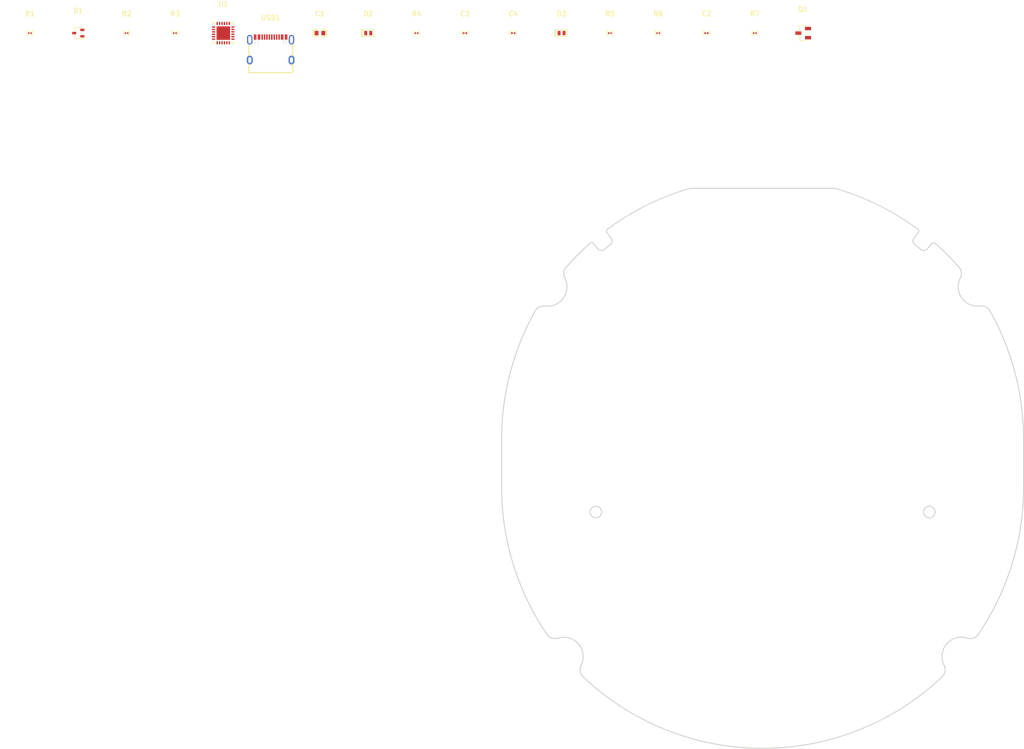
<source format=kicad_pcb>
(kicad_pcb (version 20240108) (generator "pcbnew") (generator_version "8.0")
  (layers (0 "F.Cu" signal) (31 "B.Cu" signal) (34 "B.Paste" user) (35 "F.Paste" user) (36 "B.SilkS" user "B.Silkscreen") (37 "F.SilkS" user "F.Silkscreen") (38 "B.Mask" user) (39 "F.Mask" user) (44 "Edge.Cuts" user))
  (net 0 "")
  (net 1 "power_ok2")
  (net 2 "I2C_SDA")
  (net 3 "CC1")
  (net 4 "VBUS")
  (net 5 "VREG_1V2")
  (net 6 "alert")
  (net 7 "attach")
  (net 8 "USB_CONNECTOR-net-1")
  (net 9 "VSINK_VCC")
  (net 10 "PD_CONTROLLER.footprint.pins[18].net-net")
  (net 11 "VREG_2V7")
  (net 12 "USB_CONNECTOR-signal-1")
  (net 13 "power_ok3")
  (net 14 "lv")
  (net 15 "USB_CONNECTOR-net")
  (net 16 "net-2")
  (net 17 "net-1")
  (net 18 "CC2")
  (net 19 "net")
  (net 20 "USB_CONNECTOR-signal")
  (net 21 "net-4")
  (net 22 "gpio")
  (net 23 "net-3")
  (net 24 "hv")
  (net 25 "a_b_side")
  (net 26 "I2C_SCL")
  (footprint "lcsc:R0201" (layer "F.Cu") (at 0 0)
    (property "Reference" "R1" (at 0 -4 0) (layer "F.SilkS"))
    (property "Value" "1kΩ ±1% 50mW")
    (fp_line (start -0.62 -0.39) (end -0.17 -0.39) (stroke (width 0.15)) (layer "F.SilkS"))
    (fp_line (start -0.62 0.39) (end -0.62 -0.39) (stroke (width 0.15)) (layer "F.SilkS"))
    (fp_line (start -0.17 0.39) (end -0.62 0.39) (stroke (width 0.15)) (layer "F.SilkS"))
    (fp_line (start 0.17 0.39) (end 0.62 0.39) (stroke (width 0.15)) (layer "F.SilkS"))
    (fp_line (start 0.62 -0.39) (end 0.17 -0.39) (stroke (width 0.15)) (layer "F.SilkS"))
    (fp_line (start 0.62 0.39) (end 0.62 -0.39) (stroke (width 0.15)) (layer "F.SilkS"))
    (fp_text user "${REFERENCE}" (at 0 -4 0) (layer "F.SilkS"))
    (pad "1" smd rect (at -0.24 0) (size 0.3 0.32) (layers "F.Cu" "F.Paste" "F.Mask") (net 4 "VBUS"))
    (pad "2" smd rect (at 0.24 0) (size 0.3 0.32) (layers "F.Cu" "F.Paste" "F.Mask") (net 16 "net-2"))
  )
  (footprint "lcsc:SOT-23-3_L2.9-W1.3-P1.90-LS2.4-BR" (layer "F.Cu") (at 160 0)
    (property "Reference" "Q1" (at 0 -4.95 0) (layer "F.SilkS"))
    (property "Value" "MOSFET")
    (fp_line (start -0.73 -1.53) (end -0.73 -0.49) (stroke (width 0.15)) (layer "F.SilkS"))
    (fp_line (start -0.73 1.53) (end -0.73 0.49) (stroke (width 0.15)) (layer "F.SilkS"))
    (fp_line (start 0.73 -1.53) (end -0.73 -1.53) (stroke (width 0.15)) (layer "F.SilkS"))
    (fp_line (start 0.73 -0.46) (end 0.73 0.46) (stroke (width 0.15)) (layer "F.SilkS"))
    (fp_line (start 0.73 1.53) (end -0.73 1.53) (stroke (width 0.15)) (layer "F.SilkS"))
    (fp_text user "${REFERENCE}" (at 0 -4.95 0) (layer "F.SilkS"))
    (pad "1" smd rect (at 1 0.95) (size 1.25 0.7) (layers "F.Cu" "F.Paste" "F.Mask") (net 19 "net"))
    (pad "2" smd rect (at 1 -0.95) (size 1.25 0.7) (layers "F.Cu" "F.Paste" "F.Mask") (net 4 "VBUS"))
    (pad "3" smd rect (at -1 0) (size 1.25 0.7) (layers "F.Cu" "F.Paste" "F.Mask") (net 9 "VSINK_VCC"))
  )
  (footprint "lcsc:DFN1610-2_L1.6-W1.0-P1.05-RD" (layer "F.Cu") (at 110 0)
    (property "Reference" "D3" (at 0 -4 0) (layer "F.SilkS"))
    (property "Value" "")
    (fp_line (start -1.4 -0.7) (end -1.4 0.7) (stroke (width 0.18)) (layer "F.SilkS"))
    (fp_line (start -1.4 -0.7) (end 1.15 -0.7) (stroke (width 0.18)) (layer "F.SilkS"))
    (fp_line (start -1.4 0.7) (end 1.15 0.7) (stroke (width 0.18)) (layer "F.SilkS"))
    (fp_line (start -1.15 -0.7) (end -1.15 0.7) (stroke (width 0.18)) (layer "F.SilkS"))
    (fp_line (start 1.15 -0.7) (end 1.15 0.7) (stroke (width 0.18)) (layer "F.SilkS"))
    (fp_text user "${REFERENCE}" (at 0 -4 0) (layer "F.SilkS"))
    (pad "1" smd rect (at -0.52 0 90) (size 0.9 0.6) (layers "F.Cu" "F.Paste" "F.Mask") (net 9 "VSINK_VCC"))
    (pad "2" smd rect (at 0.52 0 90) (size 0.9 0.6) (layers "F.Cu" "F.Paste" "F.Mask") (net 14 "lv"))
  )
  (footprint "lcsc:C0603" (layer "F.Cu") (at 60 0)
    (property "Reference" "C1" (at 0 -4 0) (layer "F.SilkS"))
    (property "Value" "4.7µF ±10% 35V X5R")
    (fp_line (start -1.41 -0.41) (end -1.41 0.39) (stroke (width 0.25)) (layer "F.SilkS"))
    (fp_line (start -0.3 -0.72) (end -1.1 -0.72) (stroke (width 0.25)) (layer "F.SilkS"))
    (fp_line (start -0.3 0.7) (end -1.1 0.7) (stroke (width 0.25)) (layer "F.SilkS"))
    (fp_line (start 0.28 -0.71) (end 1.08 -0.71) (stroke (width 0.25)) (layer "F.SilkS"))
    (fp_line (start 0.28 0.71) (end 1.08 0.71) (stroke (width 0.25)) (layer "F.SilkS"))
    (fp_line (start 1.39 -0.4) (end 1.39 0.4) (stroke (width 0.25)) (layer "F.SilkS"))
    (fp_arc (start -1.41 -0.41) (mid -1.319203 -0.629203) (end -1.1 -0.72) (stroke (width 0.25)) (layer "F.SilkS"))
    (fp_arc (start -1.1 0.7) (mid -1.319203 0.609203) (end -1.41 0.39) (stroke (width 0.25)) (layer "F.SilkS"))
    (fp_arc (start 1.08 -0.71) (mid 1.299203 -0.619203) (end 1.39 -0.4) (stroke (width 0.25)) (layer "F.SilkS"))
    (fp_arc (start 1.39 0.4) (mid 1.299203 0.619203) (end 1.08 0.71) (stroke (width 0.25)) (layer "F.SilkS"))
    (fp_text user "${REFERENCE}" (at 0 -4 0) (layer "F.SilkS"))
    (pad "1" smd rect (at -0.7 0) (size 0.8 0.9) (layers "F.Cu" "F.Paste" "F.Mask") (net 14 "lv"))
    (pad "2" smd rect (at 0.7 0) (size 0.8 0.9) (layers "F.Cu" "F.Paste" "F.Mask") (net 4 "VBUS"))
  )
  (footprint "lcsc:QFN-24_L4.0-W4.0-P0.50-BL-EP2.8" (layer "F.Cu") (at 40 0)
    (property "Reference" "U1" (at 0 -6 0) (layer "F.SilkS"))
    (property "Value" "STUSB4500QTR")
    (fp_line (start -2.14 -2.15) (end -1.74 -2.15) (stroke (width 0.2)) (layer "F.SilkS"))
    (fp_line (start -2.14 -1.75) (end -2.14 -2.15) (stroke (width 0.2)) (layer "F.SilkS"))
    (fp_line (start -2.14 2.15) (end -2.14 1.75) (stroke (width 0.2)) (layer "F.SilkS"))
    (fp_line (start -1.74 2.15) (end -2.14 2.15) (stroke (width 0.2)) (layer "F.SilkS"))
    (fp_line (start 2.16 -2.15) (end 1.76 -2.15) (stroke (width 0.2)) (layer "F.SilkS"))
    (fp_line (start 2.16 -1.75) (end 2.16 -2.15) (stroke (width 0.2)) (layer "F.SilkS"))
    (fp_line (start 2.16 1.75) (end 2.16 2.15) (stroke (width 0.2)) (layer "F.SilkS"))
    (fp_line (start 2.16 2.15) (end 1.76 2.15) (stroke (width 0.2)) (layer "F.SilkS"))
    (fp_text user "${REFERENCE}" (at 0 -6 0) (layer "F.SilkS"))
    (pad "1" smd oval (at -1.25 2 180) (size 0.28 0.7) (layers "F.Cu" "F.Paste" "F.Mask") (net 3 "CC1"))
    (pad "2" smd oval (at -0.75 2 180) (size 0.28 0.7) (layers "F.Cu" "F.Paste" "F.Mask") (net 3 "CC1"))
    (pad "3" smd oval (at -0.25 2 180) (size 0.28 0.7) (layers "F.Cu" "F.Paste" "F.Mask") (net 10 "PD_CONTROLLER.footprint.pins[18].net-net"))
    (pad "4" smd oval (at 0.25 2 180) (size 0.28 0.7) (layers "F.Cu" "F.Paste" "F.Mask") (net 18 "CC2"))
    (pad "5" smd oval (at 0.75 2 180) (size 0.28 0.7) (layers "F.Cu" "F.Paste" "F.Mask") (net 18 "CC2"))
    (pad "6" smd oval (at 1.25 2 180) (size 0.28 0.7) (layers "F.Cu" "F.Paste" "F.Mask") (net 14 "lv"))
    (pad "7" smd oval (at 2 1.25 90) (size 0.28 0.7) (layers "F.Cu" "F.Paste" "F.Mask") (net 26 "I2C_SCL"))
    (pad "8" smd oval (at 2 0.75 90) (size 0.28 0.7) (layers "F.Cu" "F.Paste" "F.Mask") (net 2 "I2C_SDA"))
    (pad "9" smd oval (at 2 0.25 90) (size 0.28 0.7) (layers "F.Cu" "F.Paste" "F.Mask") (net 16 "net-2"))
    (pad "10" smd oval (at 2 -0.25 90) (size 0.28 0.7) (layers "F.Cu" "F.Paste" "F.Mask") (net 14 "lv"))
    (pad "11" smd oval (at 2 -0.75 90) (size 0.28 0.7) (layers "F.Cu" "F.Paste" "F.Mask") (net 7 "attach"))
    (pad "12" smd oval (at 2 -1.25 90) (size 0.28 0.7) (layers "F.Cu" "F.Paste" "F.Mask") (net 14 "lv"))
    (pad "13" smd oval (at 1.25 -2 180) (size 0.28 0.7) (layers "F.Cu" "F.Paste" "F.Mask") (net 14 "lv"))
    (pad "14" smd oval (at 0.75 -2 180) (size 0.28 0.7) (layers "F.Cu" "F.Paste" "F.Mask") (net 13 "power_ok3"))
    (pad "15" smd oval (at 0.25 -2 180) (size 0.28 0.7) (layers "F.Cu" "F.Paste" "F.Mask") (net 22 "gpio"))
    (pad "16" smd oval (at -0.25 -2 180) (size 0.28 0.7) (layers "F.Cu" "F.Paste" "F.Mask") (net 17 "net-1"))
    (pad "17" smd oval (at -0.75 -2 180) (size 0.28 0.7) (layers "F.Cu" "F.Paste" "F.Mask") (net 25 "a_b_side"))
    (pad "18" smd oval (at -1.25 -2 180) (size 0.28 0.7) (layers "F.Cu" "F.Paste" "F.Mask") (net 23 "net-3"))
    (pad "19" smd oval (at -2 -1.25 90) (size 0.28 0.7) (layers "F.Cu" "F.Paste" "F.Mask") (net 6 "alert"))
    (pad "20" smd oval (at -2 -0.75 90) (size 0.28 0.7) (layers "F.Cu" "F.Paste" "F.Mask") (net 1 "power_ok2"))
    (pad "21" smd oval (at -2 -0.25 90) (size 0.28 0.7) (layers "F.Cu" "F.Paste" "F.Mask") (net 5 "VREG_1V2"))
    (pad "22" smd oval (at -2 0.25 90) (size 0.28 0.7) (layers "F.Cu" "F.Paste" "F.Mask") (net 14 "lv"))
    (pad "23" smd oval (at -2 0.75 90) (size 0.28 0.7) (layers "F.Cu" "F.Paste" "F.Mask") (net 11 "VREG_2V7"))
    (pad "24" smd oval (at -2 1.25 90) (size 0.28 0.7) (layers "F.Cu" "F.Paste" "F.Mask") (net 4 "VBUS"))
    (pad "25" smd rect (at 0.01 0 90) (size 2.8 2.8) (layers "F.Cu" "F.Paste" "F.Mask") (net 14 "lv"))
  )
  (footprint "lcsc:R0201" (layer "F.Cu") (at 30 0)
    (property "Reference" "R3" (at 0 -4 0) (layer "F.SilkS"))
    (property "Value" "")
    (fp_line (start -0.62 -0.39) (end -0.17 -0.39) (stroke (width 0.15)) (layer "F.SilkS"))
    (fp_line (start -0.62 0.39) (end -0.62 -0.39) (stroke (width 0.15)) (layer "F.SilkS"))
    (fp_line (start -0.17 0.39) (end -0.62 0.39) (stroke (width 0.15)) (layer "F.SilkS"))
    (fp_line (start 0.17 0.39) (end 0.62 0.39) (stroke (width 0.15)) (layer "F.SilkS"))
    (fp_line (start 0.62 -0.39) (end 0.17 -0.39) (stroke (width 0.15)) (layer "F.SilkS"))
    (fp_line (start 0.62 0.39) (end 0.62 -0.39) (stroke (width 0.15)) (layer "F.SilkS"))
    (fp_text user "${REFERENCE}" (at 0 -4 0) (layer "F.SilkS"))
    (pad "1" smd rect (at -0.24 0) (size 0.3 0.32) (layers "F.Cu" "F.Paste" "F.Mask") (net 2 "I2C_SDA"))
    (pad "2" smd rect (at 0.24 0) (size 0.3 0.32) (layers "F.Cu" "F.Paste" "F.Mask") (net 24 "hv"))
  )
  (footprint "lcsc:R0201" (layer "F.Cu") (at 130 0)
    (property "Reference" "R6" (at 0 -4 0) (layer "F.SilkS"))
    (property "Value" "22.1kΩ ±1% 50mW")
    (fp_line (start -0.62 -0.39) (end -0.17 -0.39) (stroke (width 0.15)) (layer "F.SilkS"))
    (fp_line (start -0.62 0.39) (end -0.62 -0.39) (stroke (width 0.15)) (layer "F.SilkS"))
    (fp_line (start -0.17 0.39) (end -0.62 0.39) (stroke (width 0.15)) (layer "F.SilkS"))
    (fp_line (start 0.17 0.39) (end 0.62 0.39) (stroke (width 0.15)) (layer "F.SilkS"))
    (fp_line (start 0.62 -0.39) (end 0.17 -0.39) (stroke (width 0.15)) (layer "F.SilkS"))
    (fp_line (start 0.62 0.39) (end 0.62 -0.39) (stroke (width 0.15)) (layer "F.SilkS"))
    (fp_text user "${REFERENCE}" (at 0 -4 0) (layer "F.SilkS"))
    (pad "1" smd rect (at -0.24 0) (size 0.3 0.32) (layers "F.Cu" "F.Paste" "F.Mask") (net 19 "net"))
    (pad "2" smd rect (at 0.24 0) (size 0.3 0.32) (layers "F.Cu" "F.Paste" "F.Mask") (net 17 "net-1"))
  )
  (footprint "lcsc:C0201" (layer "F.Cu") (at 140 0)
    (property "Reference" "C2" (at 0 -4 0) (layer "F.SilkS"))
    (property "Value" "100nF ±10% 10V X5R")
    (fp_line (start -0.69 0.24) (end -0.69 -0.24) (stroke (width 0.15)) (layer "F.SilkS"))
    (fp_line (start -0.53 -0.39) (end -0.17 -0.39) (stroke (width 0.15)) (layer "F.SilkS"))
    (fp_line (start -0.17 0.39) (end -0.53 0.39) (stroke (width 0.15)) (layer "F.SilkS"))
    (fp_line (start 0.17 0.39) (end 0.53 0.39) (stroke (width 0.15)) (layer "F.SilkS"))
    (fp_line (start 0.53 -0.39) (end 0.17 -0.39) (stroke (width 0.15)) (layer "F.SilkS"))
    (fp_line (start 0.69 0.24) (end 0.69 -0.24) (stroke (width 0.15)) (layer "F.SilkS"))
    (fp_arc (start -0.690333 -0.239643) (mid -0.642835 -0.349658) (end -0.53 -0.39) (stroke (width 0.15)) (layer "F.SilkS"))
    (fp_arc (start -0.529667 0.389644) (mid -0.642347 0.349658) (end -0.69 0.24) (stroke (width 0.15)) (layer "F.SilkS"))
    (fp_arc (start 0.53 -0.39) (mid 0.642835 -0.349658) (end 0.690333 -0.239643) (stroke (width 0.15)) (layer "F.SilkS"))
    (fp_arc (start 0.69 0.24) (mid 0.642348 0.349658) (end 0.529667 0.389644) (stroke (width 0.15)) (layer "F.SilkS"))
    (fp_text user "${REFERENCE}" (at 0 -4 0) (layer "F.SilkS"))
    (pad "1" smd rect (at -0.27 0) (size 0.37 0.32) (layers "F.Cu" "F.Paste" "F.Mask") (net 21 "net-4"))
    (pad "2" smd rect (at 0.27 0) (size 0.37 0.32) (layers "F.Cu" "F.Paste" "F.Mask") (net 4 "VBUS"))
  )
  (footprint "lcsc:R0201" (layer "F.Cu") (at 20 0)
    (property "Reference" "R2" (at 0 -4 0) (layer "F.SilkS"))
    (property "Value" "4.64kΩ ±1% 50mW")
    (fp_line (start -0.62 -0.39) (end -0.17 -0.39) (stroke (width 0.15)) (layer "F.SilkS"))
    (fp_line (start -0.62 0.39) (end -0.62 -0.39) (stroke (width 0.15)) (layer "F.SilkS"))
    (fp_line (start -0.17 0.39) (end -0.62 0.39) (stroke (width 0.15)) (layer "F.SilkS"))
    (fp_line (start 0.17 0.39) (end 0.62 0.39) (stroke (width 0.15)) (layer "F.SilkS"))
    (fp_line (start 0.62 -0.39) (end 0.17 -0.39) (stroke (width 0.15)) (layer "F.SilkS"))
    (fp_line (start 0.62 0.39) (end 0.62 -0.39) (stroke (width 0.15)) (layer "F.SilkS"))
    (fp_text user "${REFERENCE}" (at 0 -4 0) (layer "F.SilkS"))
    (pad "1" smd rect (at -0.24 0) (size 0.3 0.32) (layers "F.Cu" "F.Paste" "F.Mask") (net 26 "I2C_SCL"))
    (pad "2" smd rect (at 0.24 0) (size 0.3 0.32) (layers "F.Cu" "F.Paste" "F.Mask") (net 24 "hv"))
  )
  (footprint "lcsc:C0201" (layer "F.Cu") (at 90 0)
    (property "Reference" "C3" (at 0 -4 0) (layer "F.SilkS"))
    (property "Value" "")
    (fp_line (start -0.69 0.24) (end -0.69 -0.24) (stroke (width 0.15)) (layer "F.SilkS"))
    (fp_line (start -0.53 -0.39) (end -0.17 -0.39) (stroke (width 0.15)) (layer "F.SilkS"))
    (fp_line (start -0.17 0.39) (end -0.53 0.39) (stroke (width 0.15)) (layer "F.SilkS"))
    (fp_line (start 0.17 0.39) (end 0.53 0.39) (stroke (width 0.15)) (layer "F.SilkS"))
    (fp_line (start 0.53 -0.39) (end 0.17 -0.39) (stroke (width 0.15)) (layer "F.SilkS"))
    (fp_line (start 0.69 0.24) (end 0.69 -0.24) (stroke (width 0.15)) (layer "F.SilkS"))
    (fp_arc (start -0.690333 -0.239643) (mid -0.642835 -0.349658) (end -0.53 -0.39) (stroke (width 0.15)) (layer "F.SilkS"))
    (fp_arc (start -0.529667 0.389644) (mid -0.642347 0.349658) (end -0.69 0.24) (stroke (width 0.15)) (layer "F.SilkS"))
    (fp_arc (start 0.53 -0.39) (mid 0.642835 -0.349658) (end 0.690333 -0.239643) (stroke (width 0.15)) (layer "F.SilkS"))
    (fp_arc (start 0.69 0.24) (mid 0.642348 0.349658) (end 0.529667 0.389644) (stroke (width 0.15)) (layer "F.SilkS"))
    (fp_text user "${REFERENCE}" (at 0 -4 0) (layer "F.SilkS"))
    (pad "1" smd rect (at -0.27 0) (size 0.37 0.32) (layers "F.Cu" "F.Paste" "F.Mask") (net 14 "lv"))
    (pad "2" smd rect (at 0.27 0) (size 0.37 0.32) (layers "F.Cu" "F.Paste" "F.Mask") (net 5 "VREG_1V2"))
  )
  (footprint "lcsc:R0201" (layer "F.Cu") (at 80 0)
    (property "Reference" "R4" (at 0 -4 0) (layer "F.SilkS"))
    (property "Value" "")
    (fp_line (start -0.62 -0.39) (end -0.17 -0.39) (stroke (width 0.15)) (layer "F.SilkS"))
    (fp_line (start -0.62 0.39) (end -0.62 -0.39) (stroke (width 0.15)) (layer "F.SilkS"))
    (fp_line (start -0.17 0.39) (end -0.62 0.39) (stroke (width 0.15)) (layer "F.SilkS"))
    (fp_line (start 0.17 0.39) (end 0.62 0.39) (stroke (width 0.15)) (layer "F.SilkS"))
    (fp_line (start 0.62 -0.39) (end 0.17 -0.39) (stroke (width 0.15)) (layer "F.SilkS"))
    (fp_line (start 0.62 0.39) (end 0.62 -0.39) (stroke (width 0.15)) (layer "F.SilkS"))
    (fp_text user "${REFERENCE}" (at 0 -4 0) (layer "F.SilkS"))
    (pad "1" smd rect (at -0.24 0) (size 0.3 0.32) (layers "F.Cu" "F.Paste" "F.Mask") (net 4 "VBUS"))
    (pad "2" smd rect (at 0.24 0) (size 0.3 0.32) (layers "F.Cu" "F.Paste" "F.Mask") (net 23 "net-3"))
  )
  (footprint "lcsc:C0201" (layer "F.Cu") (at 100 0)
    (property "Reference" "C4" (at 0 -4 0) (layer "F.SilkS"))
    (property "Value" "1µF ±20% 6.3V X5R")
    (fp_line (start -0.69 0.24) (end -0.69 -0.24) (stroke (width 0.15)) (layer "F.SilkS"))
    (fp_line (start -0.53 -0.39) (end -0.17 -0.39) (stroke (width 0.15)) (layer "F.SilkS"))
    (fp_line (start -0.17 0.39) (end -0.53 0.39) (stroke (width 0.15)) (layer "F.SilkS"))
    (fp_line (start 0.17 0.39) (end 0.53 0.39) (stroke (width 0.15)) (layer "F.SilkS"))
    (fp_line (start 0.53 -0.39) (end 0.17 -0.39) (stroke (width 0.15)) (layer "F.SilkS"))
    (fp_line (start 0.69 0.24) (end 0.69 -0.24) (stroke (width 0.15)) (layer "F.SilkS"))
    (fp_arc (start -0.690333 -0.239643) (mid -0.642835 -0.349658) (end -0.53 -0.39) (stroke (width 0.15)) (layer "F.SilkS"))
    (fp_arc (start -0.529667 0.389644) (mid -0.642347 0.349658) (end -0.69 0.24) (stroke (width 0.15)) (layer "F.SilkS"))
    (fp_arc (start 0.53 -0.39) (mid 0.642835 -0.349658) (end 0.690333 -0.239643) (stroke (width 0.15)) (layer "F.SilkS"))
    (fp_arc (start 0.69 0.24) (mid 0.642348 0.349658) (end 0.529667 0.389644) (stroke (width 0.15)) (layer "F.SilkS"))
    (fp_text user "${REFERENCE}" (at 0 -4 0) (layer "F.SilkS"))
    (pad "1" smd rect (at -0.27 0) (size 0.37 0.32) (layers "F.Cu" "F.Paste" "F.Mask") (net 14 "lv"))
    (pad "2" smd rect (at 0.27 0) (size 0.37 0.32) (layers "F.Cu" "F.Paste" "F.Mask") (net 11 "VREG_2V7"))
  )
  (footprint "lcsc:R0201" (layer "F.Cu") (at 120 0)
    (property "Reference" "R5" (at 0 -4 0) (layer "F.SilkS"))
    (property "Value" "100kΩ ±1% 50mW")
    (fp_line (start -0.62 -0.39) (end -0.17 -0.39) (stroke (width 0.15)) (layer "F.SilkS"))
    (fp_line (start -0.62 0.39) (end -0.62 -0.39) (stroke (width 0.15)) (layer "F.SilkS"))
    (fp_line (start -0.17 0.39) (end -0.62 0.39) (stroke (width 0.15)) (layer "F.SilkS"))
    (fp_line (start 0.17 0.39) (end 0.62 0.39) (stroke (width 0.15)) (layer "F.SilkS"))
    (fp_line (start 0.62 -0.39) (end 0.17 -0.39) (stroke (width 0.15)) (layer "F.SilkS"))
    (fp_line (start 0.62 0.39) (end 0.62 -0.39) (stroke (width 0.15)) (layer "F.SilkS"))
    (fp_text user "${REFERENCE}" (at 0 -4 0) (layer "F.SilkS"))
    (pad "1" smd rect (at -0.24 0) (size 0.3 0.32) (layers "F.Cu" "F.Paste" "F.Mask") (net 19 "net"))
    (pad "2" smd rect (at 0.24 0) (size 0.3 0.32) (layers "F.Cu" "F.Paste" "F.Mask") (net 9 "VSINK_VCC"))
  )
  (footprint "lcsc:R0201" (layer "F.Cu") (at 150 0)
    (property "Reference" "R7" (at 0 -4 0) (layer "F.SilkS"))
    (property "Value" "100Ω ±1% 50mW")
    (fp_line (start -0.62 -0.39) (end -0.17 -0.39) (stroke (width 0.15)) (layer "F.SilkS"))
    (fp_line (start -0.62 0.39) (end -0.62 -0.39) (stroke (width 0.15)) (layer "F.SilkS"))
    (fp_line (start -0.17 0.39) (end -0.62 0.39) (stroke (width 0.15)) (layer "F.SilkS"))
    (fp_line (start 0.17 0.39) (end 0.62 0.39) (stroke (width 0.15)) (layer "F.SilkS"))
    (fp_line (start 0.62 -0.39) (end 0.17 -0.39) (stroke (width 0.15)) (layer "F.SilkS"))
    (fp_line (start 0.62 0.39) (end 0.62 -0.39) (stroke (width 0.15)) (layer "F.SilkS"))
    (fp_text user "${REFERENCE}" (at 0 -4 0) (layer "F.SilkS"))
    (pad "1" smd rect (at -0.24 0) (size 0.3 0.32) (layers "F.Cu" "F.Paste" "F.Mask") (net 19 "net"))
    (pad "2" smd rect (at 0.24 0) (size 0.3 0.32) (layers "F.Cu" "F.Paste" "F.Mask") (net 21 "net-4"))
  )
  (footprint "lcsc:USB-C-SMD_TYPE-C-6PIN-2MD-073" (layer "F.Cu") (at 49.8 3.2)
    (property "Reference" "USB1" (at 0 -6.38 0) (layer "F.SilkS"))
    (property "Value" "TYPE_C_16PIN_2MD073")
    (fp_line (start -4.5 1.39) (end -4.5 -0.6) (stroke (width 0.25)) (layer "F.SilkS"))
    (fp_line (start -4.5 4.97) (end -4.5 3.35) (stroke (width 0.25)) (layer "F.SilkS"))
    (fp_line (start 4.5 4.97) (end -4.5 4.97) (stroke (width 0.25)) (layer "F.SilkS"))
    (fp_line (start 4.57 1.39) (end 4.57 -0.6) (stroke (width 0.25)) (layer "F.SilkS"))
    (fp_line (start 4.57 4.82) (end 4.57 3.35) (stroke (width 0.25)) (layer "F.SilkS"))
    (fp_text user "${REFERENCE}" (at 0 -6.38 0) (layer "F.SilkS"))
    (pad "" thru_hole circle (at -2.89 -1.3) (size 0.7 0.7) (drill 0.7) (layers "*.Cu" "*.Mask"))
    (pad "" thru_hole circle (at 2.89 -1.3) (size 0.7 0.7) (drill 0.7) (layers "*.Cu" "*.Mask"))
    (pad "1" smd rect (at -3.2 -2.38) (size 0.55 1.1) (layers "F.Cu" "F.Paste" "F.Mask") (net 14 "lv"))
    (pad "2" smd rect (at -2.4 -2.38) (size 0.55 1.1) (layers "F.Cu" "F.Paste" "F.Mask") (net 4 "VBUS"))
    (pad "3" smd rect (at -1.75 -2.38) (size 0.3 1.1) (layers "F.Cu" "F.Paste" "F.Mask") (net 20 "USB_CONNECTOR-signal"))
    (pad "4" smd rect (at -1.25 -2.38) (size 0.3 1.1) (layers "F.Cu" "F.Paste" "F.Mask") (net 3 "CC1"))
    (pad "5" smd rect (at -0.75 -2.38) (size 0.3 1.1) (layers "F.Cu" "F.Paste" "F.Mask") (net 15 "USB_CONNECTOR-net"))
    (pad "6" smd rect (at -0.25 -2.38) (size 0.3 1.1) (layers "F.Cu" "F.Paste" "F.Mask") (net 8 "USB_CONNECTOR-net-1"))
    (pad "7" smd rect (at 0.25 -2.38) (size 0.3 1.1) (layers "F.Cu" "F.Paste" "F.Mask") (net 15 "USB_CONNECTOR-net"))
    (pad "8" smd rect (at 0.75 -2.38) (size 0.3 1.1) (layers "F.Cu" "F.Paste" "F.Mask") (net 8 "USB_CONNECTOR-net-1"))
    (pad "9" smd rect (at 1.25 -2.38) (size 0.3 1.1) (layers "F.Cu" "F.Paste" "F.Mask") (net 12 "USB_CONNECTOR-signal-1"))
    (pad "10" smd rect (at 1.75 -2.38) (size 0.3 1.1) (layers "F.Cu" "F.Paste" "F.Mask") (net 18 "CC2"))
    (pad "11" smd rect (at 2.4 -2.38) (size 0.55 1.1) (layers "F.Cu" "F.Paste" "F.Mask") (net 4 "VBUS"))
    (pad "12" smd rect (at 3.2 -2.38) (size 0.55 1.1) (layers "F.Cu" "F.Paste" "F.Mask") (net 14 "lv"))
    (pad "13" thru_hole oval (at -4.32 -1.83) (size 1.1 2) (drill oval 0.599999 1.499997) (layers "*.Cu" "*.Mask") (net 14 "lv"))
    (pad "13" thru_hole oval (at -4.32 2.38) (size 1.2 1.8) (drill oval 0.599999 1.199998) (layers "*.Cu" "*.Mask") (net 14 "lv"))
    (pad "14" thru_hole oval (at 4.32 -1.83) (size 1.1 2) (drill oval 0.599999 1.500022) (layers "*.Cu" "*.Mask") (net 14 "lv"))
    (pad "14" thru_hole oval (at 4.32 2.38) (size 1.2 1.8) (drill oval 0.599999 1.199998) (layers "*.Cu" "*.Mask") (net 14 "lv"))
  )
  (footprint "lcsc:SOT-323-3_L2.1-W1.3-P1.32-LS2.1-BR" (layer "F.Cu") (at 10 0)
    (property "Reference" "D1" (at 0 -4.66 0) (layer "F.SilkS"))
    (property "Value" "ESDA25W")
    (fp_line (start -0.71 -1.13) (end -0.71 -0.9) (stroke (width 0.15)) (layer "F.SilkS"))
    (fp_line (start -0.71 -0.43) (end -0.71 -0.9) (stroke (width 0.15)) (layer "F.SilkS"))
    (fp_line (start -0.71 1.13) (end -0.71 0.43) (stroke (width 0.15)) (layer "F.SilkS"))
    (fp_line (start 0.7 -1.13) (end -0.71 -1.13) (stroke (width 0.15)) (layer "F.SilkS"))
    (fp_line (start 0.7 -1.13) (end 0.7 -1.09) (stroke (width 0.15)) (layer "F.SilkS"))
    (fp_line (start 0.7 -0.23) (end 0.7 0.23) (stroke (width 0.15)) (layer "F.SilkS"))
    (fp_line (start 0.7 1.09) (end 0.7 1.13) (stroke (width 0.15)) (layer "F.SilkS"))
    (fp_line (start 0.7 1.13) (end -0.71 1.13) (stroke (width 0.15)) (layer "F.SilkS"))
    (fp_circle (center 0.91 1.18) (end 0.98 1.18) (stroke (width 0.15)) (fill none) (layer "F.SilkS"))
    (fp_text user "${REFERENCE}" (at 0 -4.66 0) (layer "F.SilkS"))
    (pad "1" smd rect (at 0.84 0.66 90) (size 0.5 0.83) (layers "F.Cu" "F.Paste" "F.Mask") (net 3 "CC1"))
    (pad "2" smd rect (at 0.84 -0.66 90) (size 0.5 0.83) (layers "F.Cu" "F.Paste" "F.Mask") (net 18 "CC2"))
    (pad "3" smd rect (at -0.84 0 90) (size 0.5 0.83) (layers "F.Cu" "F.Paste" "F.Mask") (net 14 "lv"))
  )
  (footprint "lcsc:DFN1610-2_L1.6-W1.0-P1.05-RD" (layer "F.Cu") (at 70 0)
    (property "Reference" "D2" (at 0 -4 0) (layer "F.SilkS"))
    (property "Value" "")
    (fp_line (start -1.4 -0.7) (end -1.4 0.7) (stroke (width 0.18)) (layer "F.SilkS"))
    (fp_line (start -1.4 -0.7) (end 1.15 -0.7) (stroke (width 0.18)) (layer "F.SilkS"))
    (fp_line (start -1.4 0.7) (end 1.15 0.7) (stroke (width 0.18)) (layer "F.SilkS"))
    (fp_line (start -1.15 -0.7) (end -1.15 0.7) (stroke (width 0.18)) (layer "F.SilkS"))
    (fp_line (start 1.15 -0.7) (end 1.15 0.7) (stroke (width 0.18)) (layer "F.SilkS"))
    (fp_text user "${REFERENCE}" (at 0 -4 0) (layer "F.SilkS"))
    (pad "1" smd rect (at -0.52 0 90) (size 0.9 0.6) (layers "F.Cu" "F.Paste" "F.Mask") (net 4 "VBUS"))
    (pad "2" smd rect (at 0.52 0 90) (size 0.9 0.6) (layers "F.Cu" "F.Paste" "F.Mask") (net 14 "lv"))
  )
  (gr_arc (start 189.160787 130.821922) (mid 189.675713 126.407407) (end 193.951204 125.193625) (stroke (width 0.2)) (layer "Edge.Cuts"))
  (gr_arc (start 166.1688 32.125148) (mid 166.601809 32.156568) (end 167.02575 32.250157) (stroke (width 0.2)) (layer "Edge.Cuts"))
  (gr_arc (start 187.319387 43.501539) (mid 189.860473 45.893095) (end 192.24179 48.443778) (stroke (width 0.2)) (layer "Edge.Cuts"))
  (gr_arc (start 136.17425 32.250157) (mid 136.598241 32.156573) (end 137.0313 32.125158) (stroke (width 0.2)) (layer "Edge.Cuts"))
  (gr_arc (start 110.95821 48.443778) (mid 113.339527 45.893094) (end 115.880613 43.501539) (stroke (width 0.2)) (layer "Edge.Cuts"))
  (gr_arc (start 119.391778 41.288899) (mid 119.293647 40.915008) (end 119.491472 40.582925) (stroke (width 0.2)) (layer "Edge.Cuts"))
  (gr_arc (start 106.981544 124.416992) (mid 99.99866 109.915453) (end 97.6 93.999998) (stroke (width 0.2)) (layer "Edge.Cuts"))
  (gr_arc (start 196.616356 56.463158) (mid 192.810501 54.81193) (end 192.515929 50.673783) (stroke (width 0.2)) (layer "Edge.Cuts"))
  (gr_circle (center 117.1 99.1) (end 117.1 97.9) (stroke (width 0.2)) (fill none) (layer "Edge.Cuts"))
  (gr_arc (start 198.628993 57.461842) (mid 203.828179 70.280773) (end 205.6 84) (stroke (width 0.2)) (layer "Edge.Cuts"))
  (gr_arc (start 115.880613 43.501539) (mid 116.24683 43.377814) (end 116.591814 43.552204) (stroke (width 0.2)) (layer "Edge.Cuts"))
  (gr_line (start 116.591814 43.552204) (end 116.591861 43.552164) (stroke (width 0.2)) (layer "Edge.Cuts"))
  (gr_line (start 119.391778 41.288899) (end 120.30071 42.475663) (stroke (width 0.2)) (layer "Edge.Cuts"))
  (gr_line (start 166.1688 32.125148) (end 137.0313 32.125148) (stroke (width 0.2)) (layer "Edge.Cuts"))
  (gr_arc (start 196.218456 124.416992) (mid 195.214038 125.182511) (end 193.951204 125.193625) (stroke (width 0.2)) (layer "Edge.Cuts"))
  (gr_arc (start 109.248796 125.193625) (mid 107.985962 125.182511) (end 106.981544 124.416992) (stroke (width 0.2)) (layer "Edge.Cuts"))
  (gr_arc (start 196.616356 56.463158) (mid 197.776169 56.653165) (end 198.628993 57.461842) (stroke (width 0.2)) (layer "Edge.Cuts"))
  (gr_arc (start 185.638387 44.689679) (mid 185.031 45.002449) (end 184.378963 44.798525) (stroke (width 0.2)) (layer "Edge.Cuts"))
  (gr_arc (start 189.160787 130.821922) (mid 189.351627 132.070302) (end 188.756461 133.184147) (stroke (width 0.2)) (layer "Edge.Cuts"))
  (gr_line (start 137.0313 32.125158) (end 137.0313 32.125148) (stroke (width 0.2)) (layer "Edge.Cuts"))
  (gr_line (start 182.899254 42.47571) (end 183.808148 41.288995) (stroke (width 0.2)) (layer "Edge.Cuts"))
  (gr_arc (start 114.443539 133.184147) (mid 113.848373 132.070302) (end 114.039213 130.821922) (stroke (width 0.2)) (layer "Edge.Cuts"))
  (gr_line (start 120.14264 43.730289) (end 118.800532 44.8151) (stroke (width 0.2)) (layer "Edge.Cuts"))
  (gr_arc (start 183.036456 43.713393) (mid 182.719257 43.122121) (end 182.899254 42.47571) (stroke (width 0.2)) (layer "Edge.Cuts"))
  (gr_arc (start 183.708528 40.582925) (mid 183.906288 40.915074) (end 183.808089 41.28895) (stroke (width 0.2)) (layer "Edge.Cuts"))
  (gr_arc (start 97.6 84) (mid 99.37182 70.280773) (end 104.571007 57.461842) (stroke (width 0.2)) (layer "Edge.Cuts"))
  (gr_arc (start 188.756461 133.184147) (mid 151.6 148) (end 114.443539 133.184147) (stroke (width 0.2)) (layer "Edge.Cuts"))
  (gr_arc (start 110.684071 50.673783) (mid 110.389488 54.811926) (end 106.583644 56.463158) (stroke (width 0.2)) (layer "Edge.Cuts"))
  (gr_arc (start 104.571007 57.461842) (mid 105.423832 56.653167) (end 106.583644 56.463158) (stroke (width 0.2)) (layer "Edge.Cuts"))
  (gr_arc (start 118.800532 44.8151) (mid 118.152441 45.000904) (end 117.557139 44.684432) (stroke (width 0.2)) (layer "Edge.Cuts"))
  (gr_arc (start 109.248796 125.193625) (mid 113.524287 126.407407) (end 114.039213 130.821922) (stroke (width 0.2)) (layer "Edge.Cuts"))
  (gr_arc (start 119.491472 40.582925) (mid 127.47044 35.69095) (end 136.17425 32.250157) (stroke (width 0.2)) (layer "Edge.Cuts"))
  (gr_arc (start 192.24179 48.443778) (mid 192.7216 49.51665) (end 192.515929 50.673783) (stroke (width 0.2)) (layer "Edge.Cuts"))
  (gr_line (start 183.808089 41.28895) (end 183.808148 41.288995) (stroke (width 0.2)) (layer "Edge.Cuts"))
  (gr_line (start 117.557139 44.684432) (end 116.591861 43.552164) (stroke (width 0.2)) (layer "Edge.Cuts"))
  (gr_arc (start 167.02575 32.250157) (mid 175.72956 35.69095) (end 183.708528 40.582925) (stroke (width 0.2)) (layer "Edge.Cuts"))
  (gr_arc (start 120.30071 42.475663) (mid 120.479136 43.13541) (end 120.14264 43.730289) (stroke (width 0.2)) (layer "Edge.Cuts"))
  (gr_arc (start 186.608195 43.552098) (mid 186.953183 43.377777) (end 187.319387 43.501539) (stroke (width 0.2)) (layer "Edge.Cuts"))
  (gr_line (start 205.6 94.000001) (end 205.6 84) (stroke (width 0.2)) (layer "Edge.Cuts"))
  (gr_line (start 97.6 84) (end 97.6 93.999998) (stroke (width 0.2)) (layer "Edge.Cuts"))
  (gr_line (start 186.608195 43.552098) (end 185.638387 44.689679) (stroke (width 0.2)) (layer "Edge.Cuts"))
  (gr_arc (start 205.6 94.000001) (mid 203.20134 109.915455) (end 196.218456 124.416992) (stroke (width 0.2)) (layer "Edge.Cuts"))
  (gr_arc (start 110.684071 50.673783) (mid 110.478423 49.516653) (end 110.95821 48.443778) (stroke (width 0.2)) (layer "Edge.Cuts"))
  (gr_line (start 184.378963 44.798525) (end 183.036456 43.713393) (stroke (width 0.2)) (layer "Edge.Cuts"))
  (gr_circle (center 186.1 99.1) (end 186.1 97.9) (stroke (width 0.2)) (fill none) (layer "Edge.Cuts"))
)
</source>
